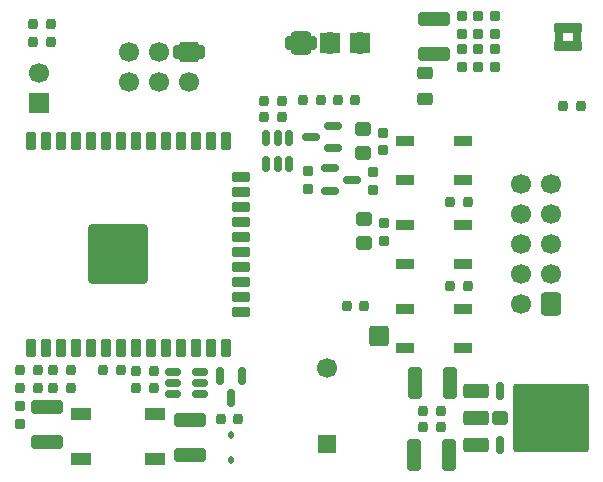
<source format=gbr>
%TF.GenerationSoftware,KiCad,Pcbnew,9.0.2*%
<<<<<<< HEAD
%TF.CreationDate,2025-06-19T10:12:08+02:00*%
=======
%TF.CreationDate,2025-06-17T18:03:46+02:00*%
>>>>>>> 2e23f7f8cb64151a60ec3d004f8241720292418e
%TF.ProjectId,Robobuoy-Sub-CPU-v2_1,526f626f-6275-46f7-992d-5375622d4350,2.0*%
%TF.SameCoordinates,Original*%
%TF.FileFunction,Soldermask,Top*%
%TF.FilePolarity,Negative*%
%FSLAX46Y46*%
G04 Gerber Fmt 4.6, Leading zero omitted, Abs format (unit mm)*
<<<<<<< HEAD
G04 Created by KiCad (PCBNEW 9.0.2) date 2025-06-19 10:12:08*
=======
G04 Created by KiCad (PCBNEW 9.0.2) date 2025-06-17 18:03:46*
>>>>>>> 2e23f7f8cb64151a60ec3d004f8241720292418e
%MOMM*%
%LPD*%
G01*
G04 APERTURE LIST*
G04 Aperture macros list*
%AMRoundRect*
0 Rectangle with rounded corners*
0 $1 Rounding radius*
0 $2 $3 $4 $5 $6 $7 $8 $9 X,Y pos of 4 corners*
0 Add a 4 corners polygon primitive as box body*
4,1,4,$2,$3,$4,$5,$6,$7,$8,$9,$2,$3,0*
0 Add four circle primitives for the rounded corners*
1,1,$1+$1,$2,$3*
1,1,$1+$1,$4,$5*
1,1,$1+$1,$6,$7*
1,1,$1+$1,$8,$9*
0 Add four rect primitives between the rounded corners*
20,1,$1+$1,$2,$3,$4,$5,0*
20,1,$1+$1,$4,$5,$6,$7,0*
20,1,$1+$1,$6,$7,$8,$9,0*
20,1,$1+$1,$8,$9,$2,$3,0*%
G04 Aperture macros list end*
<<<<<<< HEAD
%ADD10RoundRect,0.190000X0.140000X0.140000X-0.140000X0.140000X-0.140000X-0.140000X0.140000X-0.140000X0*%
%ADD11RoundRect,0.190000X0.140000X-0.140000X0.140000X0.140000X-0.140000X0.140000X-0.140000X-0.140000X0*%
%ADD12RoundRect,0.150000X0.150000X-0.512500X0.150000X0.512500X-0.150000X0.512500X-0.150000X-0.512500X0*%
%ADD13RoundRect,0.200000X-0.250000X0.200000X-0.250000X-0.200000X0.250000X-0.200000X0.250000X0.200000X0*%
%ADD14RoundRect,0.200000X-0.200000X-0.250000X0.200000X-0.250000X0.200000X0.250000X-0.200000X0.250000X0*%
%ADD15RoundRect,0.200000X0.200000X0.250000X-0.200000X0.250000X-0.200000X-0.250000X0.200000X-0.250000X0*%
%ADD16RoundRect,0.090000X0.660000X0.360000X-0.660000X0.360000X-0.660000X-0.360000X0.660000X-0.360000X0*%
%ADD17RoundRect,0.300000X-0.700000X-0.300000X0.700000X-0.300000X0.700000X0.300000X-0.700000X0.300000X0*%
%ADD18RoundRect,0.317500X-0.698500X-0.317500X0.698500X-0.317500X0.698500X0.317500X-0.698500X0.317500X0*%
%ADD19RoundRect,0.500000X-0.500000X-1.100000X0.500000X-1.100000X0.500000X1.100000X-0.500000X1.100000X0*%
%ADD20RoundRect,0.150000X-0.150000X0.587500X-0.150000X-0.587500X0.150000X-0.587500X0.150000X0.587500X0*%
%ADD21RoundRect,0.300000X-0.400000X0.300000X-0.400000X-0.300000X0.400000X-0.300000X0.400000X0.300000X0*%
%ADD22RoundRect,0.200000X0.250000X-0.200000X0.250000X0.200000X-0.250000X0.200000X-0.250000X-0.200000X0*%
%ADD23RoundRect,0.112500X0.112500X-0.187500X0.112500X0.187500X-0.112500X0.187500X-0.112500X-0.187500X0*%
%ADD24C,1.000000*%
%ADD25RoundRect,0.250000X-0.600000X0.600000X-0.600000X-0.600000X0.600000X-0.600000X0.600000X0.600000X0*%
%ADD26C,1.700000*%
%ADD27RoundRect,0.250000X0.600000X0.600000X-0.600000X0.600000X-0.600000X-0.600000X0.600000X-0.600000X0*%
%ADD28RoundRect,0.250000X1.100000X-0.325000X1.100000X0.325000X-1.100000X0.325000X-1.100000X-0.325000X0*%
%ADD29RoundRect,0.150000X0.587500X0.150000X-0.587500X0.150000X-0.587500X-0.150000X0.587500X-0.150000X0*%
%ADD30RoundRect,0.250000X-0.600000X-0.725000X0.600000X-0.725000X0.600000X0.725000X-0.600000X0.725000X0*%
%ADD31O,1.700000X1.950000*%
%ADD32RoundRect,0.275000X0.375000X-0.275000X0.375000X0.275000X-0.375000X0.275000X-0.375000X-0.275000X0*%
%ADD33RoundRect,0.250000X-1.100000X0.325000X-1.100000X-0.325000X1.100000X-0.325000X1.100000X0.325000X0*%
%ADD34R,1.700000X1.700000*%
%ADD35R,1.700000X1.000000*%
%ADD36RoundRect,0.250000X0.325000X1.100000X-0.325000X1.100000X-0.325000X-1.100000X0.325000X-1.100000X0*%
%ADD37RoundRect,0.150000X0.512500X0.150000X-0.512500X0.150000X-0.512500X-0.150000X0.512500X-0.150000X0*%
%ADD38RoundRect,0.225000X0.225000X-0.525000X0.225000X0.525000X-0.225000X0.525000X-0.225000X-0.525000X0*%
%ADD39RoundRect,0.225000X0.525000X0.225000X-0.525000X0.225000X-0.525000X-0.225000X0.525000X-0.225000X0*%
%ADD40RoundRect,0.250000X2.250000X-2.250000X2.250000X2.250000X-2.250000X2.250000X-2.250000X-2.250000X0*%
%ADD41R,1.650000X1.650000*%
%ADD42RoundRect,0.150000X-0.587500X-0.150000X0.587500X-0.150000X0.587500X0.150000X-0.587500X0.150000X0*%
G04 APERTURE END LIST*
D10*
%TO.C,U102*%
X21714700Y17403000D03*
X21714700Y17903000D03*
D11*
X21727200Y18415500D03*
X22227200Y18415500D03*
X22727200Y18415500D03*
X23227200Y18415500D03*
D10*
X23239700Y17903000D03*
X23239700Y17403000D03*
D11*
X23227200Y16890500D03*
X22727200Y16890500D03*
X22227200Y16890500D03*
X21727200Y16890500D03*
%TD*%
D12*
=======
%ADD10RoundRect,0.150000X0.150000X-0.512500X0.150000X0.512500X-0.150000X0.512500X-0.150000X-0.512500X0*%
%ADD11RoundRect,0.200000X-0.250000X0.200000X-0.250000X-0.200000X0.250000X-0.200000X0.250000X0.200000X0*%
%ADD12RoundRect,0.200000X-0.200000X-0.250000X0.200000X-0.250000X0.200000X0.250000X-0.200000X0.250000X0*%
%ADD13RoundRect,0.200000X0.200000X0.250000X-0.200000X0.250000X-0.200000X-0.250000X0.200000X-0.250000X0*%
%ADD14RoundRect,0.090000X0.660000X0.360000X-0.660000X0.360000X-0.660000X-0.360000X0.660000X-0.360000X0*%
%ADD15RoundRect,0.250000X-0.850000X-0.350000X0.850000X-0.350000X0.850000X0.350000X-0.850000X0.350000X0*%
%ADD16RoundRect,0.249997X-2.950003X-2.650003X2.950003X-2.650003X2.950003X2.650003X-2.950003X2.650003X0*%
%ADD17RoundRect,0.150000X-0.150000X0.587500X-0.150000X-0.587500X0.150000X-0.587500X0.150000X0.587500X0*%
%ADD18RoundRect,0.300000X-0.400000X0.300000X-0.400000X-0.300000X0.400000X-0.300000X0.400000X0.300000X0*%
%ADD19RoundRect,0.200000X0.250000X-0.200000X0.250000X0.200000X-0.250000X0.200000X-0.250000X-0.200000X0*%
%ADD20RoundRect,0.112500X0.112500X-0.187500X0.112500X0.187500X-0.112500X0.187500X-0.112500X-0.187500X0*%
%ADD21C,1.000000*%
%ADD22RoundRect,0.250000X-0.600000X0.600000X-0.600000X-0.600000X0.600000X-0.600000X0.600000X0.600000X0*%
%ADD23C,1.700000*%
%ADD24RoundRect,0.250000X0.600000X0.600000X-0.600000X0.600000X-0.600000X-0.600000X0.600000X-0.600000X0*%
%ADD25RoundRect,0.250000X1.100000X-0.325000X1.100000X0.325000X-1.100000X0.325000X-1.100000X-0.325000X0*%
%ADD26RoundRect,0.150000X0.587500X0.150000X-0.587500X0.150000X-0.587500X-0.150000X0.587500X-0.150000X0*%
%ADD27RoundRect,0.250000X-0.600000X-0.725000X0.600000X-0.725000X0.600000X0.725000X-0.600000X0.725000X0*%
%ADD28O,1.700000X1.950000*%
%ADD29RoundRect,0.275000X0.375000X-0.275000X0.375000X0.275000X-0.375000X0.275000X-0.375000X-0.275000X0*%
%ADD30RoundRect,0.250000X-1.100000X0.325000X-1.100000X-0.325000X1.100000X-0.325000X1.100000X0.325000X0*%
%ADD31R,1.700000X1.700000*%
%ADD32R,1.700000X1.000000*%
%ADD33RoundRect,0.250000X0.325000X1.100000X-0.325000X1.100000X-0.325000X-1.100000X0.325000X-1.100000X0*%
%ADD34RoundRect,0.150000X0.512500X0.150000X-0.512500X0.150000X-0.512500X-0.150000X0.512500X-0.150000X0*%
%ADD35RoundRect,0.225000X0.225000X-0.525000X0.225000X0.525000X-0.225000X0.525000X-0.225000X-0.525000X0*%
%ADD36RoundRect,0.225000X0.525000X0.225000X-0.525000X0.225000X-0.525000X-0.225000X0.525000X-0.225000X0*%
%ADD37RoundRect,0.250000X2.250000X-2.250000X2.250000X2.250000X-2.250000X2.250000X-2.250000X-2.250000X0*%
%ADD38R,1.650000X1.650000*%
%ADD39R,0.350000X0.375000*%
%ADD40R,0.375000X0.350000*%
%ADD41RoundRect,0.150000X-0.587500X-0.150000X0.587500X-0.150000X0.587500X0.150000X-0.587500X0.150000X0*%
G04 APERTURE END LIST*
D10*
>>>>>>> 2e23f7f8cb64151a60ec3d004f8241720292418e
%TO.C,U105*%
X-3058200Y6888900D03*
X-2108200Y6888900D03*
X-1158200Y6888900D03*
X-1158200Y9163900D03*
X-2108200Y9163900D03*
X-3058200Y9163900D03*
%TD*%
<<<<<<< HEAD
D13*
=======
D11*
>>>>>>> 2e23f7f8cb64151a60ec3d004f8241720292418e
%TO.C,C124*%
X16254200Y19419000D03*
X16254200Y17919000D03*
%TD*%
%TO.C,C123*%
X16254200Y16662400D03*
X16254200Y15162400D03*
%TD*%
<<<<<<< HEAD
D14*
=======
D12*
>>>>>>> 2e23f7f8cb64151a60ec3d004f8241720292418e
%TO.C,C112*%
X-14085000Y-12014200D03*
X-12585000Y-12014200D03*
%TD*%
%TO.C,C107*%
X-21148000Y-12065000D03*
X-19648000Y-12065000D03*
%TD*%
<<<<<<< HEAD
D15*
=======
D13*
>>>>>>> 2e23f7f8cb64151a60ec3d004f8241720292418e
%TO.C,C101*%
X-21324400Y17272000D03*
X-22824400Y17272000D03*
%TD*%
<<<<<<< HEAD
D16*
=======
D14*
>>>>>>> 2e23f7f8cb64151a60ec3d004f8241720292418e
%TO.C,D102*%
X13598800Y-1523000D03*
X13598800Y1777000D03*
X8698800Y1777000D03*
X8698800Y-1523000D03*
%TD*%
<<<<<<< HEAD
D15*
=======
D13*
>>>>>>> 2e23f7f8cb64151a60ec3d004f8241720292418e
%TO.C,R106*%
X5232400Y-5130800D03*
X3732400Y-5130800D03*
%TD*%
<<<<<<< HEAD
D17*
%TO.C,U104*%
X16713200Y-12301300D03*
D18*
X16713200Y-14601300D03*
D19*
X22761200Y-14601300D03*
D17*
X16713200Y-16901300D03*
%TD*%
D20*
=======
D15*
%TO.C,U104*%
X14721200Y-12321300D03*
X14721200Y-14601300D03*
D16*
X21021200Y-14601300D03*
D15*
X14721200Y-16881300D03*
%TD*%
D17*
>>>>>>> 2e23f7f8cb64151a60ec3d004f8241720292418e
%TO.C,Q101*%
X-5120600Y-11023600D03*
X-7020600Y-11023600D03*
X-6070600Y-12898600D03*
%TD*%
<<<<<<< HEAD
D15*
=======
D13*
>>>>>>> 2e23f7f8cb64151a60ec3d004f8241720292418e
%TO.C,C109*%
X13983400Y-3429000D03*
X12483400Y-3429000D03*
%TD*%
<<<<<<< HEAD
D21*
=======
D18*
>>>>>>> 2e23f7f8cb64151a60ec3d004f8241720292418e
%TO.C,D105*%
X5130800Y9890000D03*
X5130800Y7890000D03*
%TD*%
<<<<<<< HEAD
D22*
=======
D19*
>>>>>>> 2e23f7f8cb64151a60ec3d004f8241720292418e
%TO.C,C108*%
X-23954000Y-15101000D03*
X-23954000Y-13601000D03*
%TD*%
%TO.C,R107*%
X6858000Y418400D03*
X6858000Y1918400D03*
%TD*%
<<<<<<< HEAD
D13*
=======
D11*
>>>>>>> 2e23f7f8cb64151a60ec3d004f8241720292418e
%TO.C,R111*%
X457200Y6338000D03*
X457200Y4838000D03*
%TD*%
<<<<<<< HEAD
D14*
=======
D12*
>>>>>>> 2e23f7f8cb64151a60ec3d004f8241720292418e
%TO.C,C125*%
X-16879000Y-10541000D03*
X-15379000Y-10541000D03*
%TD*%
<<<<<<< HEAD
D23*
=======
D20*
>>>>>>> 2e23f7f8cb64151a60ec3d004f8241720292418e
%TO.C,D104*%
X-6096000Y-18093400D03*
X-6096000Y-15993400D03*
%TD*%
<<<<<<< HEAD
D13*
=======
D11*
>>>>>>> 2e23f7f8cb64151a60ec3d004f8241720292418e
%TO.C,C115*%
X14831800Y19419000D03*
X14831800Y17919000D03*
%TD*%
<<<<<<< HEAD
D15*
=======
D13*
>>>>>>> 2e23f7f8cb64151a60ec3d004f8241720292418e
%TO.C,C110*%
X14008800Y3708400D03*
X12508800Y3708400D03*
%TD*%
%TO.C,R102*%
X-5447600Y-14655800D03*
X-6947600Y-14655800D03*
%TD*%
<<<<<<< HEAD
D14*
=======
D12*
>>>>>>> 2e23f7f8cb64151a60ec3d004f8241720292418e
%TO.C,C116*%
X22032000Y11811000D03*
X23532000Y11811000D03*
%TD*%
<<<<<<< HEAD
D15*
=======
D13*
>>>>>>> 2e23f7f8cb64151a60ec3d004f8241720292418e
%TO.C,C120*%
X11697400Y-13966300D03*
X10197400Y-13966300D03*
%TD*%
<<<<<<< HEAD
D24*
%TO.C,TP101*%
X6500600Y-7594600D03*
%TD*%
D25*
%TO.C,J101*%
X-9577600Y16383000D03*
D26*
=======
D21*
%TO.C,TP101*%
X6500600Y-7594600D03*
%TD*%
D22*
%TO.C,J101*%
X-9577600Y16383000D03*
D23*
>>>>>>> 2e23f7f8cb64151a60ec3d004f8241720292418e
X-9577600Y13843000D03*
X-12117600Y16383000D03*
X-12117600Y13843000D03*
X-14657600Y16383000D03*
X-14657600Y13843000D03*
%TD*%
<<<<<<< HEAD
D22*
=======
D19*
>>>>>>> 2e23f7f8cb64151a60ec3d004f8241720292418e
%TO.C,R110*%
X6807200Y8089200D03*
X6807200Y9589200D03*
%TD*%
<<<<<<< HEAD
D16*
=======
D14*
>>>>>>> 2e23f7f8cb64151a60ec3d004f8241720292418e
%TO.C,D101*%
X13575200Y-8685800D03*
X13575200Y-5385800D03*
X8675200Y-5385800D03*
X8675200Y-8685800D03*
%TD*%
<<<<<<< HEAD
D14*
=======
D12*
>>>>>>> 2e23f7f8cb64151a60ec3d004f8241720292418e
%TO.C,C103*%
X-21148000Y-10541000D03*
X-19648000Y-10541000D03*
%TD*%
<<<<<<< HEAD
D15*
=======
D13*
>>>>>>> 2e23f7f8cb64151a60ec3d004f8241720292418e
%TO.C,C102*%
X-22442000Y-10541000D03*
X-23942000Y-10541000D03*
%TD*%
%TO.C,R105*%
X-12585000Y-10566400D03*
X-14085000Y-10566400D03*
%TD*%
<<<<<<< HEAD
D21*
=======
D18*
>>>>>>> 2e23f7f8cb64151a60ec3d004f8241720292418e
%TO.C,D108*%
X5181200Y2270000D03*
X5181200Y270000D03*
%TD*%
<<<<<<< HEAD
D27*
%TO.C,J108*%
X21004000Y-4953000D03*
D26*
=======
D24*
%TO.C,J108*%
X21004000Y-4953000D03*
D23*
>>>>>>> 2e23f7f8cb64151a60ec3d004f8241720292418e
X18464000Y-4953000D03*
X21004000Y-2413000D03*
X18464000Y-2413000D03*
X21004000Y127000D03*
X18464000Y127000D03*
X21004000Y2667000D03*
X18464000Y2667000D03*
X21004000Y5207000D03*
X18464000Y5207000D03*
%TD*%
<<<<<<< HEAD
D28*
=======
D25*
>>>>>>> 2e23f7f8cb64151a60ec3d004f8241720292418e
%TO.C,C114*%
X11123400Y16254200D03*
X11123400Y19204200D03*
%TD*%
<<<<<<< HEAD
D15*
=======
D13*
>>>>>>> 2e23f7f8cb64151a60ec3d004f8241720292418e
%TO.C,C104*%
X-22442000Y-12065000D03*
X-23942000Y-12065000D03*
%TD*%
<<<<<<< HEAD
D14*
=======
D12*
>>>>>>> 2e23f7f8cb64151a60ec3d004f8241720292418e
%TO.C,R108*%
X2971800Y12369800D03*
X4471800Y12369800D03*
%TD*%
<<<<<<< HEAD
D22*
=======
D19*
>>>>>>> 2e23f7f8cb64151a60ec3d004f8241720292418e
%TO.C,R109*%
X5994400Y4736400D03*
X5994400Y6236400D03*
%TD*%
%TO.C,C113*%
X13460200Y17919000D03*
X13460200Y19419000D03*
%TD*%
<<<<<<< HEAD
D29*
=======
D26*
>>>>>>> 2e23f7f8cb64151a60ec3d004f8241720292418e
%TO.C,Q102*%
X2613900Y8244800D03*
X2613900Y10144800D03*
X738900Y9194800D03*
%TD*%
<<<<<<< HEAD
D15*
=======
D13*
>>>>>>> 2e23f7f8cb64151a60ec3d004f8241720292418e
%TO.C,R101*%
X-21324400Y18796000D03*
X-22824400Y18796000D03*
%TD*%
<<<<<<< HEAD
D30*
%TO.C,J103*%
X-165000Y17212800D03*
D31*
X2335000Y17212800D03*
X4835000Y17212800D03*
%TD*%
D13*
=======
D27*
%TO.C,J103*%
X-165000Y17212800D03*
D28*
X2335000Y17212800D03*
X4835000Y17212800D03*
%TD*%
D11*
>>>>>>> 2e23f7f8cb64151a60ec3d004f8241720292418e
%TO.C,C122*%
X14831800Y16663800D03*
X14831800Y15163800D03*
%TD*%
<<<<<<< HEAD
D16*
=======
D14*
>>>>>>> 2e23f7f8cb64151a60ec3d004f8241720292418e
%TO.C,D103*%
X13598800Y5589000D03*
X13598800Y8889000D03*
X8698800Y8889000D03*
X8698800Y5589000D03*
%TD*%
<<<<<<< HEAD
D15*
=======
D13*
>>>>>>> 2e23f7f8cb64151a60ec3d004f8241720292418e
%TO.C,C118*%
X11697400Y-15312500D03*
X10197400Y-15312500D03*
%TD*%
<<<<<<< HEAD
D32*
=======
D29*
>>>>>>> 2e23f7f8cb64151a60ec3d004f8241720292418e
%TO.C,FB101*%
X10386800Y12412800D03*
X10386800Y14612800D03*
%TD*%
<<<<<<< HEAD
D33*
=======
D30*
>>>>>>> 2e23f7f8cb64151a60ec3d004f8241720292418e
%TO.C,C106*%
X-9501400Y-14730200D03*
X-9501400Y-17680200D03*
%TD*%
<<<<<<< HEAD
D14*
=======
D12*
>>>>>>> 2e23f7f8cb64151a60ec3d004f8241720292418e
%TO.C,C111*%
X62800Y12369800D03*
X1562800Y12369800D03*
%TD*%
<<<<<<< HEAD
D34*
%TO.C,SW101*%
X-22353800Y12110800D03*
D26*
X-22353800Y14650800D03*
%TD*%
D22*
=======
D31*
%TO.C,SW101*%
X-22353800Y12110800D03*
D23*
X-22353800Y14650800D03*
%TD*%
D19*
>>>>>>> 2e23f7f8cb64151a60ec3d004f8241720292418e
%TO.C,C121*%
X13485600Y15150400D03*
X13485600Y16650400D03*
%TD*%
<<<<<<< HEAD
D35*
=======
D32*
>>>>>>> 2e23f7f8cb64151a60ec3d004f8241720292418e
%TO.C,SW102*%
X-12472800Y-18029000D03*
X-18772800Y-18029000D03*
X-12472800Y-14229000D03*
X-18772800Y-14229000D03*
%TD*%
<<<<<<< HEAD
D15*
=======
D13*
>>>>>>> 2e23f7f8cb64151a60ec3d004f8241720292418e
%TO.C,R104*%
X-1764600Y12268200D03*
X-3264600Y12268200D03*
%TD*%
<<<<<<< HEAD
D36*
=======
D33*
>>>>>>> 2e23f7f8cb64151a60ec3d004f8241720292418e
%TO.C,C119*%
X12447800Y-11654900D03*
X9497800Y-11654900D03*
%TD*%
%TO.C,C117*%
X12422400Y-17674700D03*
X9472400Y-17674700D03*
%TD*%
<<<<<<< HEAD
D15*
=======
D13*
>>>>>>> 2e23f7f8cb64151a60ec3d004f8241720292418e
%TO.C,R103*%
X-1764600Y10922000D03*
X-3264600Y10922000D03*
%TD*%
<<<<<<< HEAD
D37*
=======
D34*
>>>>>>> 2e23f7f8cb64151a60ec3d004f8241720292418e
%TO.C,U103*%
X-8717700Y-12557800D03*
X-8717700Y-11607800D03*
X-8717700Y-10657800D03*
X-10992700Y-10657800D03*
X-10992700Y-11607800D03*
X-10992700Y-12557800D03*
%TD*%
<<<<<<< HEAD
D38*
=======
D35*
>>>>>>> 2e23f7f8cb64151a60ec3d004f8241720292418e
%TO.C,U101*%
X-22988000Y-8623000D03*
X-21718000Y-8623000D03*
X-20448000Y-8623000D03*
X-19178000Y-8623000D03*
X-17908000Y-8623000D03*
X-16638000Y-8623000D03*
X-15368000Y-8623000D03*
X-14098000Y-8623000D03*
X-12828000Y-8623000D03*
X-11558000Y-8623000D03*
X-10288000Y-8623000D03*
X-9018000Y-8623000D03*
X-7748000Y-8623000D03*
X-6478000Y-8623000D03*
<<<<<<< HEAD
D39*
=======
D36*
>>>>>>> 2e23f7f8cb64151a60ec3d004f8241720292418e
X-5228000Y-5588000D03*
X-5228000Y-4318000D03*
X-5228000Y-3048000D03*
X-5228000Y-1778000D03*
X-5228000Y-508000D03*
X-5228000Y762000D03*
X-5228000Y2032000D03*
X-5228000Y3302000D03*
X-5228000Y4572000D03*
X-5228000Y5842000D03*
<<<<<<< HEAD
D38*
=======
D35*
>>>>>>> 2e23f7f8cb64151a60ec3d004f8241720292418e
X-6478000Y8877000D03*
X-7748000Y8877000D03*
X-9018000Y8877000D03*
X-10288000Y8877000D03*
X-11558000Y8877000D03*
X-12828000Y8877000D03*
X-14098000Y8877000D03*
X-15368000Y8877000D03*
X-16638000Y8877000D03*
X-17908000Y8877000D03*
X-19178000Y8877000D03*
X-20448000Y8877000D03*
X-21718000Y8877000D03*
X-22988000Y8877000D03*
<<<<<<< HEAD
D40*
X-15643000Y-733000D03*
%TD*%
D41*
%TO.C,BZ101*%
X2082800Y-16813600D03*
D26*
X2082800Y-10313600D03*
%TD*%
D33*
=======
D37*
X-15643000Y-733000D03*
%TD*%
D38*
%TO.C,BZ101*%
X2082800Y-16813600D03*
D23*
X2082800Y-10313600D03*
%TD*%
D30*
>>>>>>> 2e23f7f8cb64151a60ec3d004f8241720292418e
%TO.C,C105*%
X-21668000Y-13638000D03*
X-21668000Y-16588000D03*
%TD*%
<<<<<<< HEAD
D42*
=======
D39*
%TO.C,U102*%
X21727200Y16890500D03*
X22227200Y16890500D03*
X22727200Y16890500D03*
X23227200Y16890500D03*
D40*
X23239700Y17403000D03*
X23239700Y17903000D03*
D39*
X23227200Y18415500D03*
X22727200Y18415500D03*
X22227200Y18415500D03*
X21727200Y18415500D03*
D40*
X21714700Y17903000D03*
X21714700Y17403000D03*
%TD*%
D41*
>>>>>>> 2e23f7f8cb64151a60ec3d004f8241720292418e
%TO.C,Q117*%
X2313700Y6552100D03*
X2313700Y4652100D03*
X4188700Y5602100D03*
%TD*%
M02*

</source>
